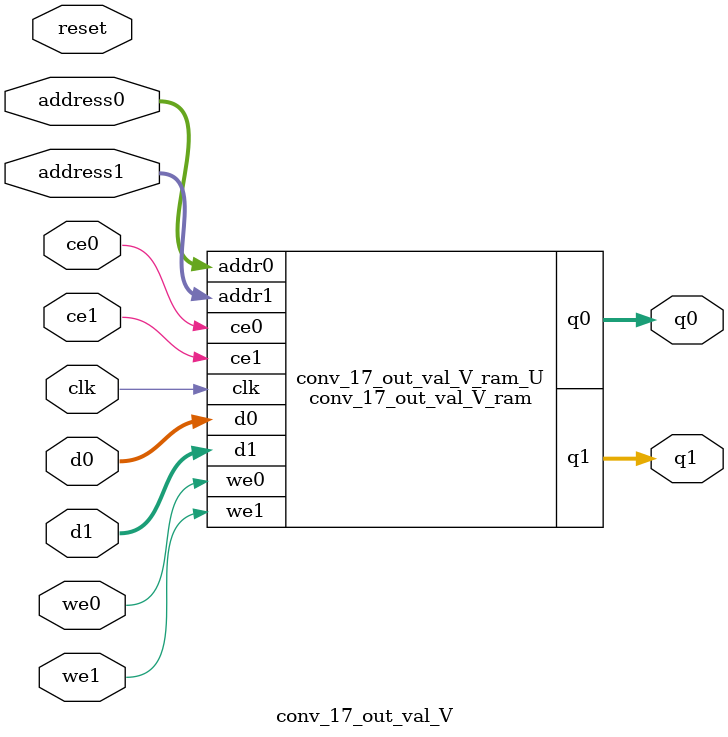
<source format=v>

`timescale 1 ns / 1 ps
module conv_17_out_val_V_ram (addr0, ce0, d0, we0, q0, addr1, ce1, d1, we1, q1,  clk);

parameter DWIDTH = 16;
parameter AWIDTH = 6;
parameter MEM_SIZE = 64;

input[AWIDTH-1:0] addr0;
input ce0;
input[DWIDTH-1:0] d0;
input we0;
output reg[DWIDTH-1:0] q0;
input[AWIDTH-1:0] addr1;
input ce1;
input[DWIDTH-1:0] d1;
input we1;
output reg[DWIDTH-1:0] q1;
input clk;

(* ram_style = "block" *)reg [DWIDTH-1:0] ram[0:MEM_SIZE-1];




always @(posedge clk)  
begin 
    if (ce0) 
    begin
        if (we0) 
        begin 
            ram[addr0] <= d0; 
            q0 <= d0;
        end 
        else 
            q0 <= ram[addr0];
    end
end


always @(posedge clk)  
begin 
    if (ce1) 
    begin
        if (we1) 
        begin 
            ram[addr1] <= d1; 
            q1 <= d1;
        end 
        else 
            q1 <= ram[addr1];
    end
end


endmodule


`timescale 1 ns / 1 ps
module conv_17_out_val_V(
    reset,
    clk,
    address0,
    ce0,
    we0,
    d0,
    q0,
    address1,
    ce1,
    we1,
    d1,
    q1);

parameter DataWidth = 32'd16;
parameter AddressRange = 32'd64;
parameter AddressWidth = 32'd6;
input reset;
input clk;
input[AddressWidth - 1:0] address0;
input ce0;
input we0;
input[DataWidth - 1:0] d0;
output[DataWidth - 1:0] q0;
input[AddressWidth - 1:0] address1;
input ce1;
input we1;
input[DataWidth - 1:0] d1;
output[DataWidth - 1:0] q1;



conv_17_out_val_V_ram conv_17_out_val_V_ram_U(
    .clk( clk ),
    .addr0( address0 ),
    .ce0( ce0 ),
    .d0( d0 ),
    .we0( we0 ),
    .q0( q0 ),
    .addr1( address1 ),
    .ce1( ce1 ),
    .d1( d1 ),
    .we1( we1 ),
    .q1( q1 ));

endmodule


</source>
